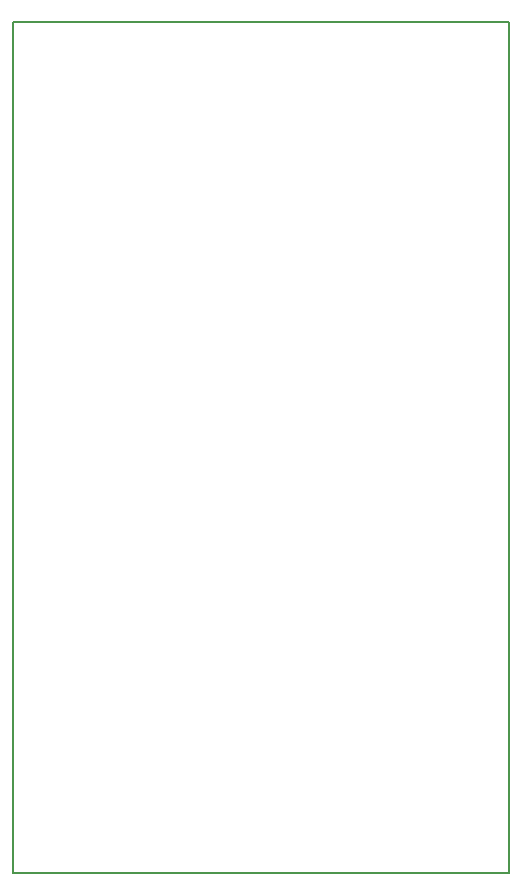
<source format=gbr>
%TF.GenerationSoftware,KiCad,Pcbnew,no-vcs-found-ad9916e~61~ubuntu16.04.1*%
%TF.CreationDate,2017-11-07T22:17:39+02:00*%
%TF.ProjectId,scanner,7363616E6E65722E6B696361645F7063,rev?*%
%TF.SameCoordinates,Original*%
%TF.FileFunction,Profile,NP*%
%FSLAX46Y46*%
G04 Gerber Fmt 4.6, Leading zero omitted, Abs format (unit mm)*
G04 Created by KiCad (PCBNEW no-vcs-found-ad9916e~61~ubuntu16.04.1) date Tue Nov  7 22:17:39 2017*
%MOMM*%
%LPD*%
G01*
G04 APERTURE LIST*
%ADD10C,0.150000*%
G04 APERTURE END LIST*
D10*
X78000000Y-145250000D02*
X78000000Y-73250000D01*
X120000000Y-145250000D02*
X78000000Y-145250000D01*
X120000000Y-73250000D02*
X120000000Y-145250000D01*
X78000000Y-73250000D02*
X120000000Y-73250000D01*
M02*

</source>
